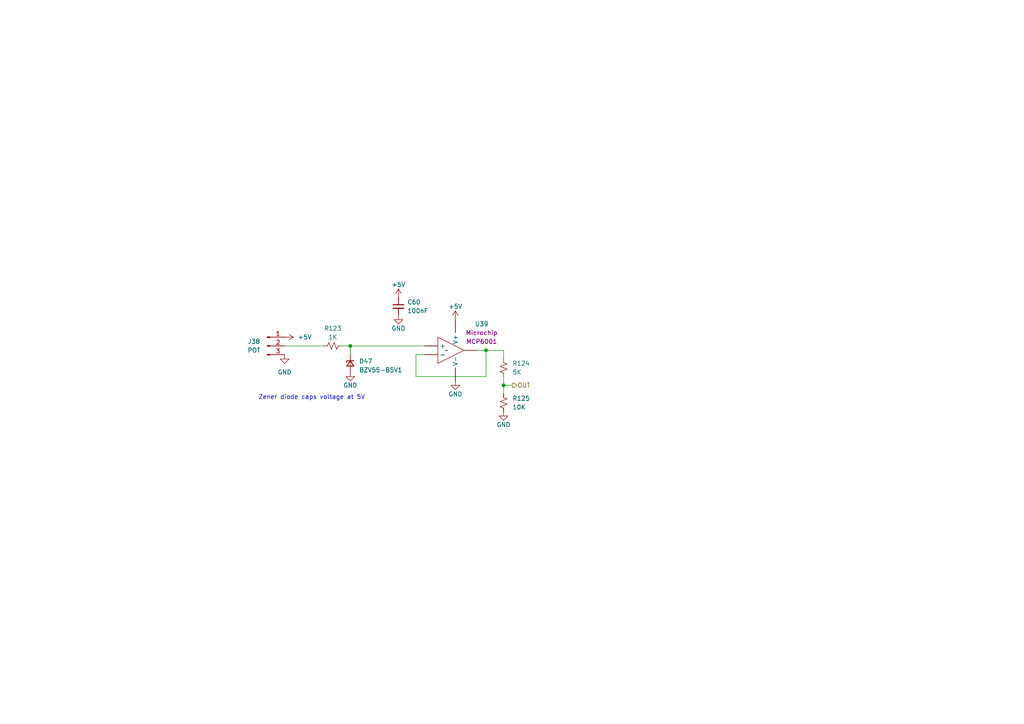
<source format=kicad_sch>
(kicad_sch (version 20250114) (generator "eeschema") (generator_version "9.0")
  (paper "A4")
  (lib_symbols
    (symbol "Connector:Conn_01x03_Pin" (pin_names (offset 1.016) (hide yes))
      (property "Reference" "J" (at 0 5.08 0))
      (property "Value" "Conn_01x03_Pin" (at 0 -5.08 0))
      (symbol "Conn_01x03_Pin_1_1"
        (rectangle (start 0.8636 2.667) (end 0 2.413) (stroke (width 0.1524)) (fill (type outline)))
        (rectangle (start 0.8636 0.127) (end 0 -0.127) (stroke (width 0.1524)) (fill (type outline)))
        (rectangle (start 0.8636 -2.413) (end 0 -2.667) (stroke (width 0.1524)) (fill (type outline)))
        (polyline (pts (xy 1.27 2.54) (xy 0.8636 2.54)) (stroke (width 0.1524)))
        (polyline (pts (xy 1.27 0) (xy 0.8636 0)) (stroke (width 0.1524)))
        (polyline (pts (xy 1.27 -2.54) (xy 0.8636 -2.54)) (stroke (width 0.1524)))
        (pin passive line (at 5.08 2.54 180) (length 3.81) (name "Pin_1") (number "1"))
        (pin passive line (at 5.08 0 180) (length 3.81) (name "Pin_2") (number "2"))
        (pin passive line (at 5.08 -2.54 180) (length 3.81) (name "Pin_3") (number "3"))
      )
    )
    (symbol "Device:C_Small" (pin_numbers (hide yes)) (pin_names (offset 0.254) (hide yes))
      (property "Reference" "C" (at 0.254 1.778 0))
      (property "Value" "C_Small" (at 0.254 -2.032 0))
      (symbol "C_Small_0_1"
        (polyline (pts (xy -1.524 0.508) (xy 1.524 0.508)) (stroke (width 0.3048)))
        (polyline (pts (xy -1.524 -0.508) (xy 1.524 -0.508)) (stroke (width 0.3302)))
      )
      (symbol "C_Small_1_1"
        (pin passive line (at 0 2.54 270) (length 2.032) (name "~") (number "1"))
        (pin passive line (at 0 -2.54 90) (length 2.032) (name "~") (number "2"))
      )
    )
    (symbol "Device:R_Small_US" (pin_numbers (hide yes)) (pin_names (offset 0.254) (hide yes))
      (property "Reference" "R" (at 0.762 0.508 0))
      (property "Value" "R_Small_US" (at 0.762 -1.016 0))
      (symbol "R_Small_US_1_1"
        (polyline (pts (xy 0 1.524) (xy 1.016 1.143) (xy 0 0.762) (xy -1.016 0.381) (xy 0 0)))
        (polyline (pts (xy 0 0) (xy 1.016 -0.381) (xy 0 -0.762) (xy -1.016 -1.143) (xy 0 -1.524)))
        (pin passive line (at 0 2.54 270) (length 1.016) (name "~") (number "1"))
        (pin passive line (at 0 -2.54 90) (length 1.016) (name "~") (number "2"))
      )
    )
    (symbol "GND_1" (power) (pin_numbers (hide yes)) (pin_names (offset 0) (hide yes))
      (property "Value" "GND" (at 0 -3.81 0))
      (symbol "GND_1_0_1"
        (polyline (pts (xy 0 0) (xy 0 -1.27) (xy 1.27 -1.27) (xy 0 -2.54) (xy -1.27 -1.27) (xy 0 -1.27)))
      )
      (symbol "GND_1_1_1"
        (pin power_in line (at 0 0 270) (length 0) (name "~") (number "1"))
      )
    )
    (symbol "UCIRP-KiCAD-Lib:D_Zener_Small" (pin_numbers (hide yes)) (pin_names (offset 0.254) (hide yes))
      (property "Reference" "D" (at 0 2.286 0))
      (property "Value" "D_Zener_Small" (at 0 -2.286 0))
      (symbol "D_Zener_Small_0_1"
        (polyline (pts (xy -0.254 1.016) (xy -0.762 1.016) (xy -0.762 -1.016)) (stroke (width 0.254)))
        (polyline (pts (xy 0.762 1.016) (xy -0.762 0) (xy 0.762 -1.016) (xy 0.762 1.016)) (stroke (width 0.254)))
        (polyline (pts (xy 0.762 0) (xy -0.762 0)))
      )
      (symbol "D_Zener_Small_1_1"
        (pin passive line (at -2.54 0 0) (length 1.778) (name "K") (number "1"))
        (pin passive line (at 2.54 0 180) (length 1.778) (name "A") (number "2"))
      )
    )
    (symbol "UCIRP-KiCAD-Lib:MCP6001" (pin_numbers (hide yes))
      (property "Reference" "U" (at 0 5.08 0))
      (property "Value" "~" (at 0 0 0))
      (property "Manufacturer" "Microchip" (at 0 0 0))
      (property "Part #" "MCP6001" (at 0 0 0))
      (symbol "MCP6001_0_1"
        (polyline (pts (xy -2.54 3.81) (xy -2.54 -3.81) (xy 5.08 0) (xy -2.54 3.81)) (stroke (width 0.1524)))
      )
      (symbol "MCP6001_1_1"
        (pin input line (at -6.35 1.27 0) (length 3.81) (name "+") (number "3"))
        (pin input line (at -6.35 -1.27 0) (length 3.81) (name "-") (number "4"))
        (pin power_in line (at 2.54 8.89 270) (length 3.81) (name "V+") (number "5"))
        (pin power_in line (at 2.54 -8.89 90) (length 3.81) (name "V-") (number "2"))
        (pin output line (at 8.89 0 180) (length 3.81) (name "") (number "1"))
      )
    )
    (symbol "power:+5V" (power) (pin_names (offset 0))
      (property "Value" "+5V" (at 0 3.556 0))
      (symbol "+5V_0_1"
        (polyline (pts (xy -0.762 1.27) (xy 0 2.54)))
        (polyline (pts (xy 0 2.54) (xy 0.762 1.27)))
        (polyline (pts (xy 0 0) (xy 0 2.54)))
      )
      (symbol "+5V_1_1"
        (pin power_in line (at 0 0 90) (length 0) (hide yes) (name "+5V") (number "1"))
      )
    )
    (symbol "power:GND" (power) (pin_names (offset 0))
      (property "Value" "GND" (at 0 -3.81 0))
      (symbol "GND_0_1"
        (polyline (pts (xy 0 0) (xy 0 -1.27) (xy 1.27 -1.27) (xy 0 -2.54) (xy -1.27 -1.27) (xy 0 -1.27)))
      )
      (symbol "GND_1_1"
        (pin power_in line (at 0 0 270) (length 0) (hide yes) (name "GND") (number "1"))
      )
    )
  )
  (text "Zener diode caps voltage at 5V" (at 90.424 115.316 0) (effects (font (size 1.27 1.27))))
  (junction (at 140.97 101.6))
  (junction (at 146.05 111.76))
  (junction (at 101.6 100.33))
  (wire (pts (xy 140.97 101.6) (xy 146.05 101.6)))
  (wire (pts (xy 146.05 101.6) (xy 146.05 104.14)))
  (wire (pts (xy 140.97 101.6) (xy 138.43 101.6)))
  (wire (pts (xy 146.05 111.76) (xy 146.05 114.3)))
  (wire (pts (xy 146.05 109.22) (xy 146.05 111.76)))
  (wire (pts (xy 99.06 100.33) (xy 101.6 100.33)))
  (wire (pts (xy 101.6 100.33) (xy 101.6 102.87)))
  (wire (pts (xy 120.65 109.22) (xy 140.97 109.22)))
  (wire (pts (xy 123.19 102.87) (xy 120.65 102.87)))
  (wire (pts (xy 146.05 111.76) (xy 148.59 111.76)))
  (wire (pts (xy 82.55 100.33) (xy 93.98 100.33)))
  (wire (pts (xy 120.65 102.87) (xy 120.65 109.22)))
  (wire (pts (xy 140.97 109.22) (xy 140.97 101.6)))
  (wire (pts (xy 101.6 100.33) (xy 123.19 100.33)))
  (hierarchical_label "OUT" (shape output) (at 148.59 111.76 0))
  (symbol (lib_id "Connector:Conn_01x03_Pin") (at 77.47 100.33 0) (unit 1)
    (property "Reference" "J18" (at 73.66 99.06 0))
    (property "Value" "POT" (at 73.66 101.6 0))
    (property "Footprint" "0UCIRP-KiCAD-Lib:GX-12 3 pin" (effects (hide yes)))
    (instances (project "gse2-hardware" (path "" (reference "J38") (unit 1)) (path "" (reference "J32") (unit 1)) (path "" (reference "J36") (unit 1)) (path "" (reference "J18") (unit 1)) (path "" (reference "J37") (unit 1))))
  )
  (symbol (lib_id "power:+5V") (at 132.08 92.71 0) (unit 1)
    (property "Reference" "#PWR0190" (effects (hide yes)))
    (property "Value" "+5V" (at 132.08 88.9 0))
    (instances (project "gse2-hardware" (path "" (reference "#PWR0283") (unit 1)) (path "" (reference "#PWR0265") (unit 1)) (path "" (reference "#PWR0271") (unit 1)) (path "" (reference "#PWR0190") (unit 1)) (path "" (reference "#PWR0277") (unit 1))))
  )
  (symbol (lib_id "UCIRP-KiCAD-Lib:MCP6001") (at 129.54 101.6 0) (unit 1)
    (property "Reference" "U32" (at 139.7 93.98 0))
    (property "Value" "~" (at 129.54 101.6 0))
    (property "Footprint" "Package_TO_SOT_SMD:SOT-23-5" (effects (hide yes)))
    (property "Datasheet" "https://ww1.microchip.com/downloads/en/DeviceDoc/MCP6001-1R-1U-2-4-1-MHz-Low-Power-Op-Amp-DS20001733L.pdf" (effects (hide yes)))
    (property "Manufacturer" "Microchip" (at 139.7 96.52 0))
    (property "Part #" "MCP6001" (at 139.7 99.06 0))
    (instances (project "gse2-hardware" (path "" (reference "U39") (unit 1)) (path "" (reference "U34") (unit 1)) (path "" (reference "U35") (unit 1)) (path "" (reference "U32") (unit 1)) (path "" (reference "U37") (unit 1))))
  )
  (symbol (lib_id "Device:R_Small_US") (at 96.52 100.33 90) (unit 1)
    (property "Reference" "R6" (at 96.52 95.25 90))
    (property "Value" "1K" (at 96.52 97.79 90))
    (property "Footprint" "Resistor_SMD:R_0603_1608Metric" (effects (hide yes)))
    (property "Manufacturer" "Generic" (effects (hide yes)))
    (property "Part #" "Generic 1K 1% 0402 Resistor" (effects (hide yes)))
    (instances (project "gse2-hardware" (path "" (reference "R123") (unit 1)) (path "" (reference "R103") (unit 1)) (path "" (reference "R107") (unit 1)) (path "" (reference "R6") (unit 1)) (path "" (reference "R120") (unit 1))))
  )
  (symbol (lib_id "UCIRP-KiCAD-Lib:D_Zener_Small") (at 101.6 105.41 90) (mirror x) (unit 1)
    (property "Reference" "D39" (at 104.14 104.775 90) (effects (justify right)))
    (property "Value" "BZV55-B5V1" (at 104.14 107.315 90) (effects (justify right)))
    (property "Footprint" "Diode_SMD:D_MiniMELF" (effects (hide yes)))
    (property "Datasheet" "https://assets.nexperia.com/documents/data-sheet/BZV55_SER.pdf" (effects (hide yes)))
    (property "Manufacturer" "Nexperia" (effects (hide yes)))
    (property "Part #" "BZV55-B5V1" (effects (hide yes)))
    (instances (project "gse2-hardware" (path "" (reference "D47") (unit 1)) (path "" (reference "D40") (unit 1)) (path "" (reference "D41") (unit 1)) (path "" (reference "D39") (unit 1)) (path "" (reference "D46") (unit 1))))
  )
  (symbol (lib_id "power:GND") (at 115.57 91.44 0) (unit 1)
    (property "Reference" "#PWR0189" (effects (hide yes)))
    (property "Value" "GND" (at 115.57 95.25 0))
    (instances (project "gse2-hardware" (path "" (reference "#PWR0282") (unit 1)) (path "" (reference "#PWR0244") (unit 1)) (path "" (reference "#PWR0270") (unit 1)) (path "" (reference "#PWR0189") (unit 1)) (path "" (reference "#PWR0276") (unit 1))))
  )
  (symbol (lib_id "power:GND") (at 132.08 110.49 0) (unit 1)
    (property "Reference" "#PWR0191" (effects (hide yes)))
    (property "Value" "GND" (at 132.08 114.3 0))
    (instances (project "gse2-hardware" (path "" (reference "#PWR0284") (unit 1)) (path "" (reference "#PWR0266") (unit 1)) (path "" (reference "#PWR0272") (unit 1)) (path "" (reference "#PWR0191") (unit 1)) (path "" (reference "#PWR0278") (unit 1))))
  )
  (symbol (lib_name "GND_1") (lib_id "power:GND") (at 82.55 102.87 0) (unit 1)
    (property "Reference" "#PWR0178" (effects (hide yes)))
    (property "Value" "GND" (at 82.55 107.95 0))
    (property "Description" "Power symbol creates a global label with name \"GND\" , ground" (effects (hide yes)))
    (instances (project "" (path "" (reference "#PWR0183") (unit 1)) (path "" (reference "#PWR039") (unit 1)) (path "" (reference "#PWR0179") (unit 1)) (path "" (reference "#PWR0178") (unit 1)) (path "" (reference "#PWR0182") (unit 1))))
  )
  (symbol (lib_id "power:+5V") (at 115.57 86.36 0) (unit 1)
    (property "Reference" "#PWR0188" (effects (hide yes)))
    (property "Value" "+5V" (at 115.57 82.55 0))
    (instances (project "gse2-hardware" (path "" (reference "#PWR0281") (unit 1)) (path "" (reference "#PWR0243") (unit 1)) (path "" (reference "#PWR0269") (unit 1)) (path "" (reference "#PWR0188") (unit 1)) (path "" (reference "#PWR0275") (unit 1))))
  )
  (symbol (lib_id "Device:C_Small") (at 115.57 88.9 0) (unit 1)
    (property "Reference" "C50" (at 118.11 87.63 0) (effects (justify left)))
    (property "Value" "100nF" (at 118.11 90.17 0) (effects (justify left)))
    (property "Footprint" "Capacitor_SMD:C_0603_1608Metric" (effects (hide yes)))
    (property "Manufacturer" "Generic" (effects (hide yes)))
    (property "Part #" "Generic 100nF 6.3V X7R 0402 MLCC" (effects (hide yes)))
    (instances (project "gse2-hardware" (path "" (reference "C60") (unit 1)) (path "" (reference "C51") (unit 1)) (path "" (reference "C58") (unit 1)) (path "" (reference "C50") (unit 1)) (path "" (reference "C59") (unit 1))))
  )
  (symbol (lib_id "power:GND") (at 146.05 119.38 0) (unit 1)
    (property "Reference" "#PWR0194" (effects (hide yes)))
    (property "Value" "GND" (at 146.05 123.19 0))
    (instances (project "gse2-hardware" (path "" (reference "#PWR0285") (unit 1)) (path "" (reference "#PWR0267") (unit 1)) (path "" (reference "#PWR0273") (unit 1)) (path "" (reference "#PWR0194") (unit 1)) (path "" (reference "#PWR0279") (unit 1))))
  )
  (symbol (lib_id "power:GND") (at 101.6 107.95 0) (unit 1)
    (property "Reference" "#PWR093" (effects (hide yes)))
    (property "Value" "GND" (at 101.6 111.76 0))
    (instances (project "gse2-hardware" (path "" (reference "#PWR0280") (unit 1)) (path "" (reference "#PWR0239") (unit 1)) (path "" (reference "#PWR0268") (unit 1)) (path "" (reference "#PWR093") (unit 1)) (path "" (reference "#PWR0274") (unit 1))))
  )
  (symbol (lib_id "Device:R_Small_US") (at 146.05 106.68 180) (unit 1)
    (property "Reference" "R101" (at 148.59 105.41 0) (effects (justify right)))
    (property "Value" "5K" (at 148.59 107.95 0) (effects (justify right)))
    (property "Footprint" "Resistor_SMD:R_0603_1608Metric" (effects (hide yes)))
    (property "Manufacturer" "Generic" (effects (hide yes)))
    (property "Part #" "Generic 5K 1% 0402 Resistor" (effects (hide yes)))
    (instances (project "gse2-hardware" (path "" (reference "R124") (unit 1)) (path "" (reference "R105") (unit 1)) (path "" (reference "R118") (unit 1)) (path "" (reference "R101") (unit 1)) (path "" (reference "R121") (unit 1))))
  )
  (symbol (lib_id "power:+5V") (at 82.55 97.79 270) (unit 1)
    (property "Reference" "#PWR0177" (effects (hide yes)))
    (property "Value" "+5V" (at 88.392 97.79 90))
    (instances (project "gse2-hardware" (path "" (reference "#PWR0419") (unit 1)) (path "" (reference "#PWR04") (unit 1)) (path "" (reference "#PWR0316") (unit 1)) (path "" (reference "#PWR0177") (unit 1)) (path "" (reference "#PWR0408") (unit 1))))
  )
  (symbol (lib_id "Device:R_Small_US") (at 146.05 116.84 180) (unit 1)
    (property "Reference" "R102" (at 148.59 115.57 0) (effects (justify right)))
    (property "Value" "10K" (at 148.59 118.11 0) (effects (justify right)))
    (property "Footprint" "Resistor_SMD:R_0603_1608Metric" (effects (hide yes)))
    (property "Manufacturer" "Generic" (effects (hide yes)))
    (property "Part #" "Generic 10K 1% 0402 Resistor" (effects (hide yes)))
    (instances (project "gse2-hardware" (path "" (reference "R125") (unit 1)) (path "" (reference "R106") (unit 1)) (path "" (reference "R119") (unit 1)) (path "" (reference "R102") (unit 1)) (path "" (reference "R122") (unit 1))))
  )
)
</source>
